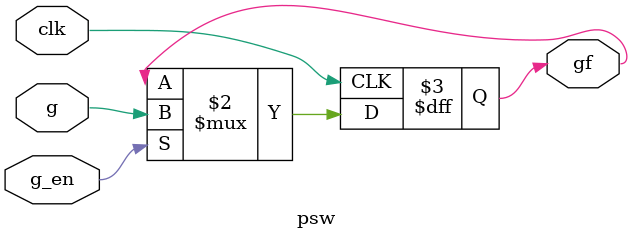
<source format=v>
module psw(
  input clk,
  input g_en,
  input g,
  output reg gf
);

always @(negedge clk) begin
  gf <= g_en ? g : gf;
end

endmodule


</source>
